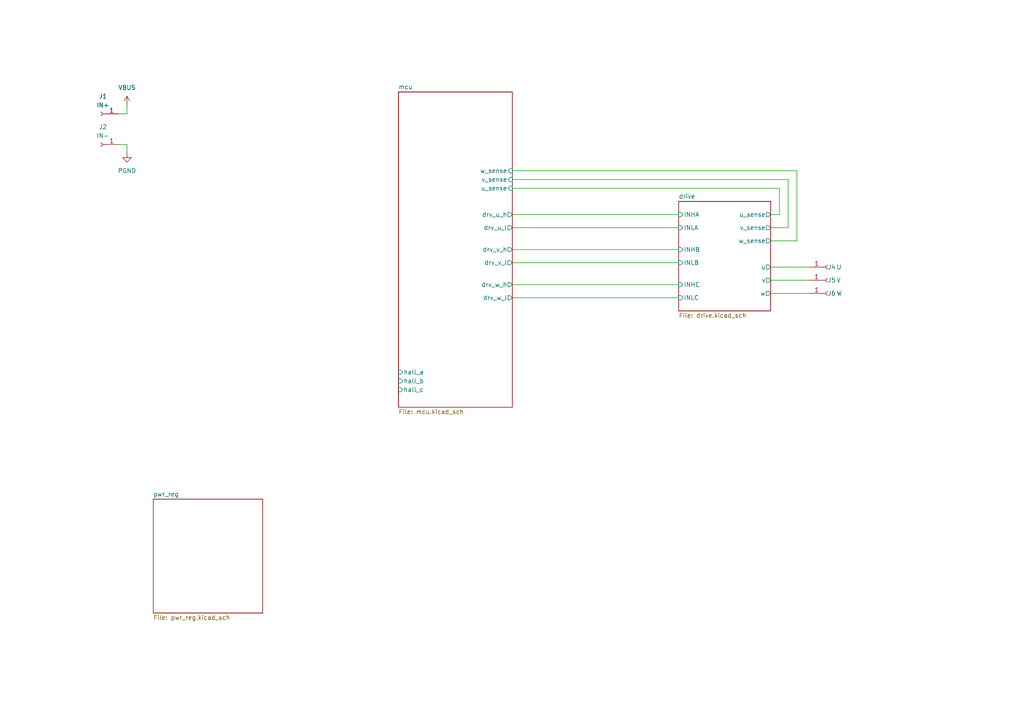
<source format=kicad_sch>
(kicad_sch (version 20231120) (generator "eeschema") (generator_version "8.0")
  (paper "A4")
  (lib_symbols
    (symbol "Connector:Conn_01x01_Female" (pin_names (offset 1.016) hide)
      (property "Reference" "J" (at 0 2.54 0))
      (property "Value" "Conn_01x01_Female" (at 0 -2.54 0))
      (symbol "Conn_01x01_Female_1_1"
        (polyline (pts (xy -1.27 0) (xy -0.508 0)) (stroke (width 0.1524)))
        (arc (start 0 0.508) (mid -0.5058 0) (end 0 -0.508) (stroke (width 0.1524)))
        (pin passive line (at -5.08 0 0) (length 3.81) (name "Pin_1") (number "1"))
      )
    )
    (symbol "evelyn:PGND" (power) (pin_numbers hide) (pin_names (offset 0) hide)
      (property "Value" "PGND" (at 0 -3.81 0))
      (symbol "PGND_0_1"
        (polyline (pts (xy 0 0) (xy 0 -1.27) (xy 1.27 -1.27) (xy 0 -2.54) (xy -1.27 -1.27) (xy 0 -1.27)))
      )
      (symbol "PGND_1_1"
        (pin power_in line (at 0 0 270) (length 0) (name "~") (number "1"))
      )
    )
    (symbol "power:VBUS" (power) (pin_names (offset 0))
      (property "Value" "VBUS" (at 0 3.81 0))
      (symbol "VBUS_0_1"
        (polyline (pts (xy -0.762 1.27) (xy 0 2.54)))
        (polyline (pts (xy 0 0) (xy 0 2.54)))
        (polyline (pts (xy 0 2.54) (xy 0.762 1.27)))
      )
      (symbol "VBUS_1_1"
        (pin power_in line (at 0 0 90) (length 0) hide (name "VBUS") (number "1"))
      )
    )
  )
  (wire (pts (xy 148.59 82.55) (xy 196.85 82.55)))
  (wire (pts (xy 228.6 66.04) (xy 228.6 52.07)))
  (wire (pts (xy 231.14 49.53) (xy 231.14 69.85)))
  (wire (pts (xy 36.83 30.48) (xy 36.83 33.02)))
  (wire (pts (xy 148.59 86.36) (xy 196.85 86.36)))
  (wire (pts (xy 148.59 76.2) (xy 196.85 76.2)))
  (wire (pts (xy 148.59 52.07) (xy 228.6 52.07)))
  (wire (pts (xy 223.52 81.28) (xy 234.95 81.28)))
  (wire (pts (xy 148.59 49.53) (xy 231.14 49.53)))
  (wire (pts (xy 36.83 41.91) (xy 36.83 44.45)))
  (wire (pts (xy 223.52 66.04) (xy 228.6 66.04)))
  (wire (pts (xy 148.59 62.23) (xy 196.85 62.23)))
  (wire (pts (xy 148.59 66.04) (xy 196.85 66.04)))
  (wire (pts (xy 231.14 69.85) (xy 223.52 69.85)))
  (wire (pts (xy 223.52 77.47) (xy 234.95 77.47)))
  (wire (pts (xy 148.59 54.61) (xy 226.06 54.61)))
  (wire (pts (xy 34.29 33.02) (xy 36.83 33.02)))
  (wire (pts (xy 226.06 54.61) (xy 226.06 62.23)))
  (wire (pts (xy 223.52 85.09) (xy 234.95 85.09)))
  (wire (pts (xy 226.06 62.23) (xy 223.52 62.23)))
  (wire (pts (xy 34.29 41.91) (xy 36.83 41.91)))
  (wire (pts (xy 148.59 72.39) (xy 196.85 72.39)))
  (symbol (lib_id "Connector:Conn_01x01_Female") (at 240.03 85.09 0) (unit 1)
    (property "Reference" "J6" (at 240.03 85.09 0) (effects (justify left)))
    (property "Value" "W" (at 242.57 85.09 0) (effects (justify left)))
    (property "Footprint" "a22verter:SolderPad" (effects (hide yes)))
  )
  (symbol (lib_id "Connector:Conn_01x01_Female") (at 29.21 41.91 180) (unit 1)
    (property "Reference" "J2" (at 29.845 36.83 0))
    (property "Value" "IN-" (at 29.845 39.37 0))
    (property "Footprint" "a22verter:SolderPad" (effects (hide yes)))
  )
  (symbol (lib_id "Connector:Conn_01x01_Female") (at 29.21 33.02 180) (unit 1)
    (property "Reference" "J1" (at 29.845 27.94 0))
    (property "Value" "IN+" (at 29.845 30.48 0))
    (property "Footprint" "a22verter:SolderPad" (effects (hide yes)))
  )
  (symbol (lib_id "Connector:Conn_01x01_Female") (at 240.03 77.47 0) (unit 1)
    (property "Reference" "J4" (at 240.03 77.47 0) (effects (justify left)))
    (property "Value" "U" (at 242.57 77.47 0) (effects (justify left)))
    (property "Footprint" "a22verter:SolderPad" (effects (hide yes)))
  )
  (symbol (lib_id "Connector:Conn_01x01_Female") (at 240.03 81.28 0) (unit 1)
    (property "Reference" "J5" (at 240.03 81.28 0) (effects (justify left)))
    (property "Value" "V" (at 242.57 81.28 0) (effects (justify left)))
    (property "Footprint" "a22verter:SolderPad" (effects (hide yes)))
  )
  (symbol (lib_id "evelyn:PGND") (at 36.83 44.45 0) (unit 1)
    (property "Reference" "#PWR02" (effects (hide yes)))
    (property "Value" "PGND" (at 36.83 49.53 0))
    (property "Description" "Power symbol creates a global label with name \"PGND\" , power ground" (effects (hide yes)))
  )
  (symbol (lib_id "power:VBUS") (at 36.83 30.48 0) (unit 1)
    (property "Reference" "#PWR01" (effects (hide yes)))
    (property "Value" "VBUS" (at 36.83 25.4 0))
  )
  (sheet (at 44.45 144.78) (size 31.75 33.02) (stroke (width 0.1524))
    (property "Sheetname" "pwr_reg" (at 44.45 144.0684 0) (effects (justify left bottom)))
    (property "Sheetfile" "pwr_reg.kicad_sch" (at 44.45 178.3846 0) (effects (justify left top)))
  )
  (sheet (at 115.57 26.67) (size 33.02 91.44) (stroke (width 0.1524))
    (property "Sheetname" "mcu" (at 115.57 25.9584 0) (effects (justify left bottom)))
    (property "Sheetfile" "mcu.kicad_sch" (at 115.57 118.6946 0) (effects (justify left top)))
    (pin "u_sense" input (at 148.59 54.61 0))
    (pin "v_sense" input (at 148.59 52.07 0))
    (pin "w_sense" input (at 148.59 49.53 0))
    (pin "drv_u_h" output (at 148.59 62.23 0))
    (pin "drv_v_h" output (at 148.59 72.39 0))
    (pin "drv_w_h" output (at 148.59 82.55 0))
    (pin "drv_v_l" output (at 148.59 76.2 0))
    (pin "drv_w_l" output (at 148.59 86.36 0))
    (pin "drv_u_l" output (at 148.59 66.04 0))
    (pin "hall_c" input (at 115.57 113.03 180))
    (pin "hall_a" input (at 115.57 107.95 180))
    (pin "hall_b" input (at 115.57 110.49 180))
  )
  (sheet (at 196.85 58.42) (size 26.67 31.75) (stroke (width 0.1524))
    (property "Sheetname" "drive" (at 196.85 57.7084 0) (effects (justify left bottom)))
    (property "Sheetfile" "drive.kicad_sch" (at 196.85 90.7546 0) (effects (justify left top)))
    (pin "u_sense" output (at 223.52 62.23 0))
    (pin "INHA" input (at 196.85 62.23 180))
    (pin "INLA" input (at 196.85 66.04 180))
    (pin "INLB" input (at 196.85 76.2 180))
    (pin "INHB" input (at 196.85 72.39 180))
    (pin "INHC" input (at 196.85 82.55 180))
    (pin "INLC" input (at 196.85 86.36 180))
    (pin "v_sense" output (at 223.52 66.04 0))
    (pin "w_sense" output (at 223.52 69.85 0))
    (pin "v" output (at 223.52 81.28 0))
    (pin "u" output (at 223.52 77.47 0))
    (pin "w" output (at 223.52 85.09 0))
  )
)
</source>
